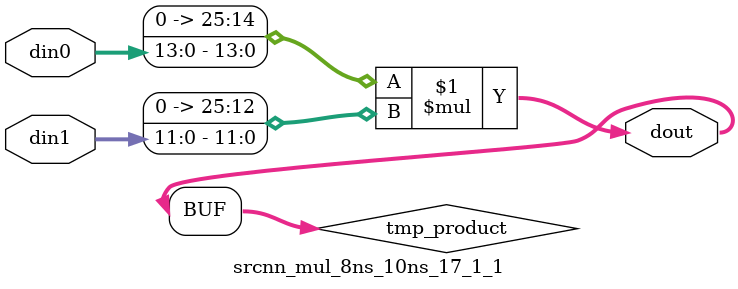
<source format=v>

`timescale 1 ns / 1 ps

  module srcnn_mul_8ns_10ns_17_1_1(din0, din1, dout);
parameter ID = 1;
parameter NUM_STAGE = 0;
parameter din0_WIDTH = 14;
parameter din1_WIDTH = 12;
parameter dout_WIDTH = 26;

input [din0_WIDTH - 1 : 0] din0; 
input [din1_WIDTH - 1 : 0] din1; 
output [dout_WIDTH - 1 : 0] dout;

wire signed [dout_WIDTH - 1 : 0] tmp_product;










assign tmp_product = $signed({1'b0, din0}) * $signed({1'b0, din1});











assign dout = tmp_product;







endmodule

</source>
